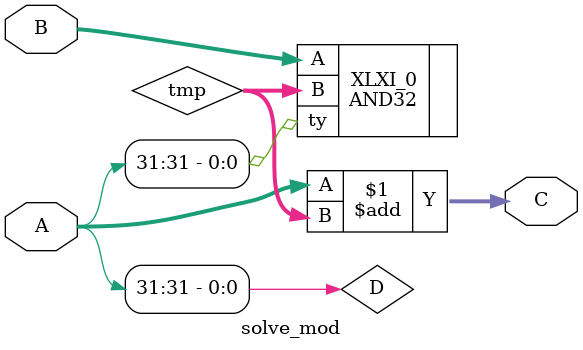
<source format=v>
`timescale 1ns / 1ps
module solve_mod(
	input wire [31:0]A,
	input wire [31:0]B,
	output wire [31:0]C
    );
	wire D=A[31];
	wire [31:0]tmp;
	AND32 XLXI_0 (.A(B),.ty(D),.B(tmp));
	assign C=A+tmp;
endmodule

</source>
